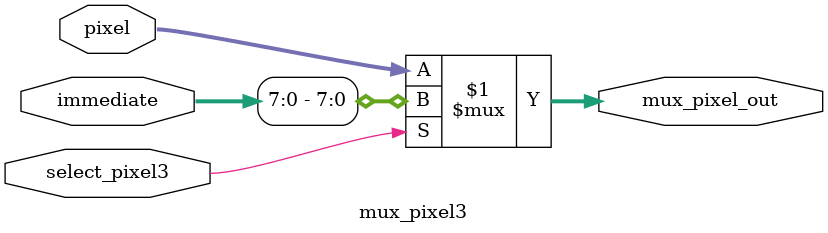
<source format=v>
`timescale 1ns / 1ps
module mux_pixel3(
    input [7:0] pixel,
    input [31:0] immediate,
    input select_pixel3,
    output [7:0] mux_pixel_out
    );
	 
	assign mux_pixel_out = (select_pixel3) ? immediate[7:0] : pixel;


endmodule

</source>
